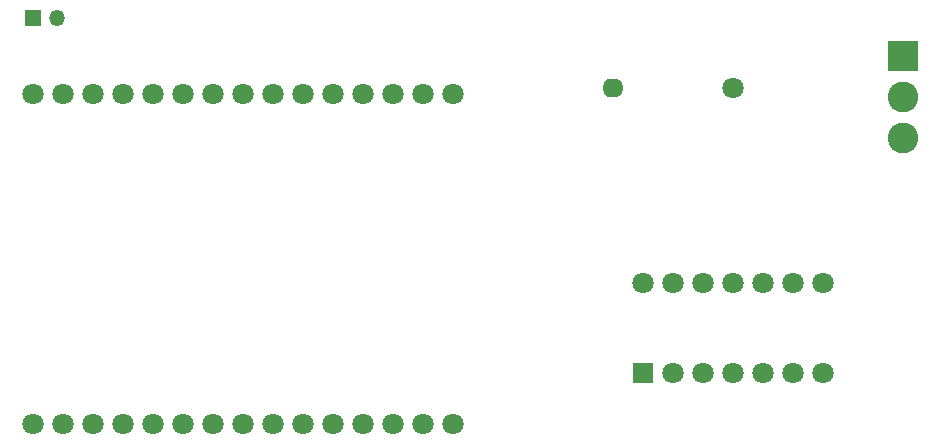
<source format=gbr>
%TF.GenerationSoftware,KiCad,Pcbnew,(6.0.10)*%
%TF.CreationDate,2023-04-28T14:23:09-06:00*%
%TF.ProjectId,H2O-Esquem_tico_2023ver3-KiCad,48324f2d-4573-4717-9565-6de17469636f,rev?*%
%TF.SameCoordinates,Original*%
%TF.FileFunction,Soldermask,Bot*%
%TF.FilePolarity,Negative*%
%FSLAX46Y46*%
G04 Gerber Fmt 4.6, Leading zero omitted, Abs format (unit mm)*
G04 Created by KiCad (PCBNEW (6.0.10)) date 2023-04-28 14:23:09*
%MOMM*%
%LPD*%
G01*
G04 APERTURE LIST*
%ADD10R,1.800000X1.800000*%
%ADD11C,1.800000*%
%ADD12R,1.350000X1.350000*%
%ADD13O,1.350000X1.350000*%
%ADD14O,1.800000X1.600000*%
%ADD15R,2.600000X2.600000*%
%ADD16C,2.600000*%
G04 APERTURE END LIST*
D10*
%TO.C,U2*%
X150695000Y-96050000D03*
D11*
X153235000Y-96050000D03*
X155775000Y-96050000D03*
X158315000Y-96050000D03*
X160855000Y-96050000D03*
X163395000Y-96050000D03*
X165935000Y-96050000D03*
X165935000Y-88430000D03*
X163395000Y-88430000D03*
X160855000Y-88430000D03*
X158315000Y-88430000D03*
X155775000Y-88430000D03*
X153235000Y-88430000D03*
X150695000Y-88430000D03*
%TD*%
D12*
%TO.C,J1*%
X99060000Y-66009833D03*
D13*
X101060000Y-66009833D03*
%TD*%
D11*
%TO.C,ESP8266_lolin1*%
X134620000Y-72390000D03*
X132080000Y-72390000D03*
X129540000Y-72390000D03*
X127000000Y-72390000D03*
X124460000Y-72390000D03*
X121920000Y-72390000D03*
X119380000Y-72390000D03*
X116840000Y-72390000D03*
X114300000Y-72390000D03*
X111760000Y-72390000D03*
X109220000Y-72390000D03*
X106680000Y-72390000D03*
X104140000Y-72390000D03*
X101600000Y-72390000D03*
X99060000Y-72390000D03*
X99060000Y-100330000D03*
X101600000Y-100330000D03*
X104140000Y-100330000D03*
X106680000Y-100330000D03*
X109220000Y-100330000D03*
X111760000Y-100330000D03*
X114300000Y-100330000D03*
X116840000Y-100330000D03*
X119380000Y-100330000D03*
X121920000Y-100330000D03*
X124460000Y-100330000D03*
X127000000Y-100330000D03*
X129540000Y-100330000D03*
X132080000Y-100330000D03*
X134620000Y-100330000D03*
%TD*%
%TO.C,1K8*%
X158320000Y-71930000D03*
D14*
X148160000Y-71930000D03*
%TD*%
D15*
%TO.C,J8*%
X172710000Y-69175000D03*
D16*
X172710000Y-72675000D03*
X172710000Y-76175000D03*
%TD*%
M02*

</source>
